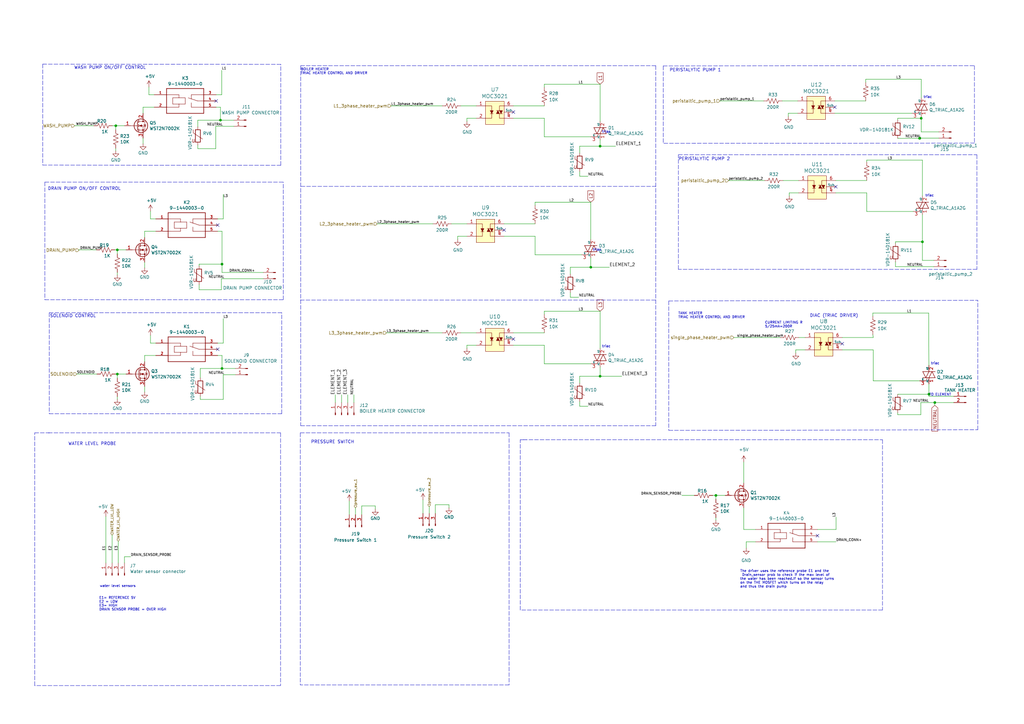
<source format=kicad_sch>
(kicad_sch (version 20211123) (generator eeschema)
  (paper "A3")
  (title_block (title "DISHWASHER") (date "2022-02-01") (rev "1") (company "STEEL FORM") (comment 2 "Reviewed by:") (comment 3 "Designed by: Robert Mutura Macharia") (comment 4 "STEEL FORM - DISHWASHER"))
  (lib_symbols
    (symbol "9-1440003-0:9-1440003-0" (pin_names (offset 1.016) hide)
      (property "Reference" "K" (at -7.62 5.588 0))
      (property "Value" "9-1440003-0" (at -7.874 -7.874 0))
      (symbol "9-1440003-0_0_0"
        (pin passive line (at -12.7 2.54 0) (length 5.08) (name "~") (number "1"))
        (pin passive line (at -12.7 -2.54 0) (length 5.08) (name "~") (number "2"))
        (pin passive line (at 12.7 2.54 180) (length 5.08) (name "~") (number "3"))
        (pin passive line (at 12.7 0 180) (length 5.08) (name "~") (number "4"))
        (pin passive line (at 12.7 -2.54 180) (length 5.08) (name "~") (number "5"))
      )
    )
    (symbol "Connector:Conn_01x02_Male" (pin_names (offset 1.016) hide)
      (property "Reference" "J" (at 0 2.54 0))
      (property "Value" "Conn_01x02_Male" (at 0 -5.08 0))
      (symbol "Conn_01x02_Male_1_1"
        (pin passive line (at 5.08 0 180) (length 3.81) (name "Pin_1") (number "1"))
        (pin passive line (at 5.08 -2.54 180) (length 3.81) (name "Pin_2") (number "2"))
      )
    )
    (symbol "Connector:Conn_01x03_Male" (pin_names (offset 1.016) hide)
      (property "Reference" "J" (at 0 5.08 0))
      (property "Value" "Conn_01x03_Male" (at 0 -5.08 0))
      (symbol "Conn_01x03_Male_1_1"
        (pin passive line (at 5.08 2.54 180) (length 3.81) (name "Pin_1") (number "1"))
        (pin passive line (at 5.08 0 180) (length 3.81) (name "Pin_2") (number "2"))
        (pin passive line (at 5.08 -2.54 180) (length 3.81) (name "Pin_3") (number "3"))
      )
    )
    (symbol "Connector:Conn_01x04_Male" (pin_names (offset 1.016) hide)
      (property "Reference" "J" (at 0 5.08 0))
      (property "Value" "Conn_01x04_Male" (at 0 -7.62 0))
      (symbol "Conn_01x04_Male_1_1"
        (pin passive line (at 5.08 2.54 180) (length 3.81) (name "Pin_1") (number "1"))
        (pin passive line (at 5.08 0 180) (length 3.81) (name "Pin_2") (number "2"))
        (pin passive line (at 5.08 -2.54 180) (length 3.81) (name "Pin_3") (number "3"))
        (pin passive line (at 5.08 -5.08 180) (length 3.81) (name "Pin_4") (number "4"))
      )
    )
    (symbol "Device:Q_NMOS_GDS" (pin_names (offset 0) hide)
      (property "Reference" "Q" (at 5.08 1.27 0))
      (property "Value" "Q_NMOS_GDS" (at 5.08 -1.27 0))
      (symbol "Q_NMOS_GDS_1_1"
        (pin input line (at -5.08 0 0) (length 2.54) (name "G") (number "1"))
        (pin passive line (at 2.54 5.08 270) (length 2.54) (name "D") (number "2"))
        (pin passive line (at 2.54 -5.08 90) (length 2.54) (name "S") (number "3"))
      )
    )
    (symbol "Device:Q_TRIAC_A1A2G" (pin_names (offset 0))
      (property "Reference" "D" (at 3.175 0.635 0))
      (property "Value" "Q_TRIAC_A1A2G" (at 3.175 -1.27 0))
      (symbol "Q_TRIAC_A1A2G_1_1"
        (pin passive line (at 0 -3.81 90) (length 2.54) (name "A1") (number "1"))
        (pin passive line (at 0 3.81 270) (length 2.54) (name "A2") (number "2"))
        (pin input line (at -3.81 -2.54 0) (length 2.54) (name "G") (number "3"))
      )
    )
    (symbol "Device:R_US" (pin_numbers hide) (pin_names (offset 0))
      (property "Reference" "R" (at 2.54 0 90))
      (property "Value" "R_US" (at -2.54 0 90))
      (symbol "R_US_1_1"
        (pin passive line (at 0 3.81 270) (length 1.27) (name "~") (number "1"))
        (pin passive line (at 0 -3.81 90) (length 1.27) (name "~") (number "2"))
      )
    )
    (symbol "Device:Varistor" (pin_numbers hide) (pin_names (offset 0))
      (property "Reference" "RV" (at 3.175 0 90))
      (property "Value" "Varistor" (at -3.175 0 90))
      (symbol "Varistor_0_0"
        (text "U" (at -1.778 -2.032 0) (effects (font (size 1.27 1.27))))
      )
      (symbol "Varistor_1_1"
        (pin passive line (at 0 3.81 270) (length 1.27) (name "~") (number "1"))
        (pin passive line (at 0 -3.81 90) (length 1.27) (name "~") (number "2"))
      )
    )
    (symbol "MOC3021_1" (pin_names (offset 0))
      (property "Reference" "U" (at 0 6.35 0))
      (property "Value" "MOC3021_1" (at 0 -7.62 0))
      (symbol "MOC3021_1_1_1"
        (pin passive line (at -7.62 2.54 0) (length 3.81) (name "~") (number "1"))
        (pin passive line (at -7.62 -2.54 0) (length 3.81) (name "~") (number "2"))
        (pin no_connect line (at 0 -5.08 90) (length 3.81) hide (name "NC") (number "3"))
        (pin passive line (at 7.62 -2.54 180) (length 3.81) (name "~") (number "4"))
        (pin passive line (at 7.62 0 180) (length 3.81) (name "Sub") (number "5"))
        (pin passive line (at 7.62 2.54 180) (length 3.81) (name "~") (number "6"))
      )
    )
    (symbol "MOC3021_2" (pin_names (offset 0))
      (property "Reference" "U" (at 0 6.35 0))
      (property "Value" "MOC3021_2" (at 0 -7.62 0))
      (symbol "MOC3021_2_1_1"
        (pin passive line (at -7.62 2.54 0) (length 3.81) (name "~") (number "1"))
        (pin passive line (at -7.62 -2.54 0) (length 3.81) (name "~") (number "2"))
        (pin no_connect line (at 0 -5.08 90) (length 3.81) hide (name "NC") (number "3"))
        (pin passive line (at 7.62 -2.54 180) (length 3.81) (name "~") (number "4"))
        (pin passive line (at 7.62 0 180) (length 3.81) (name "Sub") (number "5"))
        (pin passive line (at 7.62 2.54 180) (length 3.81) (name "~") (number "6"))
      )
    )
    (symbol "MOC3021_3" (pin_names (offset 0))
      (property "Reference" "U" (at 0 6.35 0))
      (property "Value" "MOC3021_3" (at 0 -7.62 0))
      (symbol "MOC3021_3_1_1"
        (pin passive line (at -7.62 2.54 0) (length 3.81) (name "~") (number "1"))
        (pin passive line (at -7.62 -2.54 0) (length 3.81) (name "~") (number "2"))
        (pin no_connect line (at 0 -5.08 90) (length 3.81) hide (name "NC") (number "3"))
        (pin passive line (at 7.62 -2.54 180) (length 3.81) (name "~") (number "4"))
        (pin passive line (at 7.62 0 180) (length 3.81) (name "Sub") (number "5"))
        (pin passive line (at 7.62 2.54 180) (length 3.81) (name "~") (number "6"))
      )
    )
    (symbol "MOC3021_4" (pin_names (offset 0))
      (property "Reference" "U" (at 0 6.35 0))
      (property "Value" "MOC3021_4" (at 0 -7.62 0))
      (symbol "MOC3021_4_1_1"
        (pin passive line (at -7.62 2.54 0) (length 3.81) (name "~") (number "1"))
        (pin passive line (at -7.62 -2.54 0) (length 3.81) (name "~") (number "2"))
        (pin no_connect line (at 0 -5.08 90) (length 3.81) hide (name "NC") (number "3"))
        (pin passive line (at 7.62 -2.54 180) (length 3.81) (name "~") (number "4"))
        (pin passive line (at 7.62 0 180) (length 3.81) (name "Sub") (number "5"))
        (pin passive line (at 7.62 2.54 180) (length 3.81) (name "~") (number "6"))
      )
    )
    (symbol "MOC3021_5" (pin_names (offset 0))
      (property "Reference" "U" (at 0 6.35 0))
      (property "Value" "MOC3021_5" (at 0 -7.62 0))
      (symbol "MOC3021_5_1_1"
        (pin passive line (at -7.62 2.54 0) (length 3.81) (name "~") (number "1"))
        (pin passive line (at -7.62 -2.54 0) (length 3.81) (name "~") (number "2"))
        (pin no_connect line (at 0 -5.08 90) (length 3.81) hide (name "NC") (number "3"))
        (pin passive line (at 7.62 -2.54 180) (length 3.81) (name "~") (number "4"))
        (pin passive line (at 7.62 0 180) (length 3.81) (name "Sub") (number "5"))
        (pin passive line (at 7.62 2.54 180) (length 3.81) (name "~") (number "6"))
      )
    )
    (symbol "dk_Optoisolators-Triac-SCR-Output:MOC3021" (pin_names (offset 0))
      (property "Reference" "U" (at 0 6.35 0))
      (property "Value" "MOC3021" (at 0 -7.62 0))
      (symbol "MOC3021_1_1"
        (pin passive line (at -7.62 2.54 0) (length 3.81) (name "~") (number "1"))
        (pin passive line (at -7.62 -2.54 0) (length 3.81) (name "~") (number "2"))
        (pin no_connect line (at 0 -5.08 90) (length 3.81) hide (name "NC") (number "3"))
        (pin passive line (at 7.62 -2.54 180) (length 3.81) (name "~") (number "4"))
        (pin passive line (at 7.62 0 180) (length 3.81) (name "Sub") (number "5"))
        (pin passive line (at 7.62 2.54 180) (length 3.81) (name "~") (number "6"))
      )
    )
    (symbol "power:+5V" (power) (pin_names (offset 0))
      (property "Value" "+5V" (at 0 3.556 0))
      (symbol "+5V_1_1"
        (pin power_in line (at 0 0 90) (length 0) hide (name "+5V") (number "1"))
      )
    )
    (symbol "power:GND" (power) (pin_names (offset 0))
      (property "Value" "GND" (at 0 -3.81 0))
      (symbol "GND_1_1"
        (pin power_in line (at 0 0 270) (length 0) hide (name "GND") (number "1"))
      )
    )
  )
  (junction (at 91.059 151.13))
  (junction (at 90.424 49.276))
  (junction (at 246.126 154.305))
  (junction (at 377.19 56.642))
  (junction (at 48.133 102.489))
  (junction (at 378.333 99.187))
  (junction (at 381 161.671))
  (junction (at 293.624 203.2))
  (junction (at 91.059 108.331))
  (junction (at 47.498 51.562))
  (junction (at 383.413 165.1))
  (junction (at 246.126 59.944))
  (junction (at 377.19 56.769))
  (junction (at 48.133 153.416))
  (junction (at 242.316 109.601))
  (junction (at 377.825 48.514))
  (no_connect (at 335.28 219.71))
  (no_connect (at 88.646 41.402))
  (no_connect (at 89.281 143.256))
  (no_connect (at 345.44 140.97))
  (no_connect (at 342.773 76.581))
  (no_connect (at 89.281 92.329))
  (no_connect (at 342.392 43.942))
  (no_connect (at 210.566 45.974))
  (no_connect (at 206.756 94.361))
  (no_connect (at 210.566 139.065))
  (wire (pts (xy 195.326 43.434) (xy 188.976 43.434)))
  (wire (pts (xy 368.173 48.514) (xy 377.825 48.514)))
  (wire (pts (xy 326.39 143.51) (xy 326.39 144.78)))
  (wire (pts (xy 178.562 207.01) (xy 184.15 207.01)))
  (wire (pts (xy 367.284 109.347) (xy 383.032 109.347)))
  (wire (pts (xy 61.722 140.716) (xy 63.881 140.716)))
  (wire (pts (xy 391.16 162.56) (xy 381 162.56)))
  (wire (pts (xy 153.924 207.518) (xy 153.924 208.788)))
  (wire (pts (xy 237.744 166.624) (xy 241.173 166.624)))
  (wire (pts (xy 88.646 38.862) (xy 90.932 38.862)))
  (polyline (pts (xy 17.526 67.691) (xy 115.189 67.818)))
  (wire (pts (xy 368.173 56.769) (xy 377.19 56.769)))
  (wire (pts (xy 58.674 58.928) (xy 58.674 56.642)))
  (wire (pts (xy 90.424 43.942) (xy 90.424 49.276)))
  (wire (pts (xy 31.496 153.416) (xy 39.751 153.416)))
  (wire (pts (xy 176.022 207.772) (xy 176.022 210.566)))
  (wire (pts (xy 367.284 99.822) (xy 367.284 99.187)))
  (wire (pts (xy 81.153 59.563) (xy 81.153 60.96)))
  (wire (pts (xy 335.28 222.25) (xy 342.9 222.25)))
  (polyline (pts (xy 401.066 176.276) (xy 401.066 123.19)))
  (wire (pts (xy 355.473 65.659) (xy 355.473 66.421)))
  (wire (pts (xy 137.541 165.1) (xy 137.541 161.925)))
  (wire (pts (xy 323.723 79.121) (xy 323.723 80.391)))
  (wire (pts (xy 355.092 32.512) (xy 377.825 32.512)))
  (wire (pts (xy 377.825 32.512) (xy 377.825 40.132)))
  (polyline (pts (xy 18.415 122.936) (xy 116.205 122.936)))
  (wire (pts (xy 305.054 189.484) (xy 305.054 198.12)))
  (wire (pts (xy 206.756 96.901) (xy 219.456 96.901)))
  (wire (pts (xy 61.087 35.687) (xy 61.087 38.862)))
  (polyline (pts (xy 123.19 177.546) (xy 123.19 280.924)))
  (wire (pts (xy 91.059 111.76) (xy 107.95 111.76)))
  (wire (pts (xy 82.169 162.56) (xy 82.169 163.83)))
  (wire (pts (xy 246.126 59.944) (xy 252.476 59.944)))
  (wire (pts (xy 246.126 127.635) (xy 246.126 142.875)))
  (wire (pts (xy 195.326 48.514) (xy 191.516 48.514)))
  (wire (pts (xy 295.275 41.402) (xy 313.182 41.402)))
  (polyline (pts (xy 123.444 76.454) (xy 268.986 76.454)))
  (polyline (pts (xy 18.415 74.676) (xy 18.415 122.936)))
  (wire (pts (xy 47.498 61.849) (xy 47.498 60.833)))
  (wire (pts (xy 48.133 153.416) (xy 51.689 153.416)))
  (wire (pts (xy 237.744 157.099) (xy 237.744 154.305)))
  (wire (pts (xy 223.266 34.544) (xy 246.126 34.544)))
  (wire (pts (xy 233.934 112.395) (xy 233.934 109.601)))
  (wire (pts (xy 210.566 48.514) (xy 223.266 48.514)))
  (wire (pts (xy 145.161 165.1) (xy 145.161 161.925)))
  (polyline (pts (xy 278.257 110.49) (xy 278.257 63.5)))
  (wire (pts (xy 355.092 41.402) (xy 342.392 41.402)))
  (polyline (pts (xy 123.317 174.625) (xy 268.986 174.625)))
  (polyline (pts (xy 361.95 180.34) (xy 361.95 250.19)))
  (wire (pts (xy 90.805 118.872) (xy 90.805 114.3)))
  (wire (pts (xy 323.342 46.482) (xy 323.342 47.752)))
  (wire (pts (xy 173.482 210.566) (xy 173.482 204.978)))
  (polyline (pts (xy 272.034 27.051) (xy 399.669 26.924)))
  (wire (pts (xy 279.654 203.2) (xy 284.734 203.2)))
  (wire (pts (xy 48.514 230.886) (xy 48.514 221.996)))
  (wire (pts (xy 219.456 96.901) (xy 219.456 104.521)))
  (polyline (pts (xy 274.32 176.53) (xy 401.066 176.276)))
  (polyline (pts (xy 400.685 63.5) (xy 400.685 110.49)))
  (wire (pts (xy 255.016 154.305) (xy 246.126 154.305)))
  (wire (pts (xy 246.126 34.544) (xy 246.126 49.784)))
  (wire (pts (xy 91.059 94.869) (xy 91.059 108.331)))
  (wire (pts (xy 358.013 128.397) (xy 358.013 129.667)))
  (wire (pts (xy 300.99 138.43) (xy 320.04 138.43)))
  (wire (pts (xy 45.974 219.456) (xy 45.974 230.886)))
  (wire (pts (xy 223.266 141.605) (xy 223.266 149.225)))
  (wire (pts (xy 43.434 230.886) (xy 43.434 211.836)))
  (wire (pts (xy 298.831 74.041) (xy 313.563 74.041)))
  (wire (pts (xy 381 161.671) (xy 381 162.56)))
  (wire (pts (xy 81.153 51.943) (xy 81.153 49.276)))
  (wire (pts (xy 223.266 127.635) (xy 223.266 128.905)))
  (wire (pts (xy 242.316 105.791) (xy 242.316 109.601)))
  (wire (pts (xy 246.126 57.404) (xy 246.126 59.944)))
  (wire (pts (xy 378.333 99.187) (xy 378.333 106.807)))
  (wire (pts (xy 63.881 145.796) (xy 59.309 145.796)))
  (wire (pts (xy 358.013 128.397) (xy 380.873 128.397)))
  (wire (pts (xy 82.169 151.13) (xy 82.169 154.94)))
  (polyline (pts (xy 399.669 26.924) (xy 399.669 58.674)))
  (wire (pts (xy 219.456 82.931) (xy 242.316 82.931)))
  (polyline (pts (xy 115.189 67.818) (xy 115.189 26.416)))
  (wire (pts (xy 91.567 140.716) (xy 91.567 130.683)))
  (wire (pts (xy 195.326 141.605) (xy 191.516 141.605)))
  (wire (pts (xy 358.14 143.51) (xy 358.14 156.21)))
  (wire (pts (xy 233.934 109.601) (xy 242.316 109.601)))
  (wire (pts (xy 82.169 151.13) (xy 91.059 151.13)))
  (polyline (pts (xy 20.193 169.672) (xy 115.57 169.672)))
  (wire (pts (xy 368.173 161.671) (xy 381 161.671)))
  (wire (pts (xy 158.496 136.525) (xy 181.356 136.525)))
  (wire (pts (xy 195.326 136.525) (xy 188.976 136.525)))
  (wire (pts (xy 233.934 120.015) (xy 233.934 121.92)))
  (wire (pts (xy 330.2 138.43) (xy 327.66 138.43)))
  (wire (pts (xy 81.661 116.713) (xy 81.661 118.872)))
  (polyline (pts (xy 208.788 280.924) (xy 123.19 280.924)))
  (wire (pts (xy 148.336 211.074) (xy 148.336 207.518)))
  (polyline (pts (xy 400.685 110.49) (xy 278.257 110.49)))
  (wire (pts (xy 148.336 207.518) (xy 153.924 207.518)))
  (wire (pts (xy 377.825 54.102) (xy 385.064 54.102)))
  (wire (pts (xy 306.07 222.25) (xy 306.07 224.79)))
  (wire (pts (xy 81.153 49.276) (xy 90.424 49.276)))
  (polyline (pts (xy 213.36 250.19) (xy 213.36 180.34)))
  (wire (pts (xy 223.266 34.544) (xy 223.266 35.814)))
  (wire (pts (xy 89.281 140.716) (xy 91.567 140.716)))
  (wire (pts (xy 88.519 51.816) (xy 95.885 51.816)))
  (wire (pts (xy 61.722 89.789) (xy 63.881 89.789)))
  (wire (pts (xy 53.594 228.346) (xy 51.054 228.346)))
  (wire (pts (xy 367.284 107.442) (xy 367.284 109.347)))
  (wire (pts (xy 89.281 89.789) (xy 91.567 89.789)))
  (wire (pts (xy 380.873 128.397) (xy 381 149.86)))
  (polyline (pts (xy 272.034 27.051) (xy 272.034 58.801)))
  (wire (pts (xy 345.44 143.51) (xy 358.14 143.51)))
  (wire (pts (xy 48.133 155.067) (xy 48.133 153.416)))
  (polyline (pts (xy 268.986 26.924) (xy 123.317 26.924)))
  (wire (pts (xy 237.744 62.738) (xy 237.744 59.944)))
  (wire (pts (xy 91.059 145.796) (xy 91.059 151.13)))
  (wire (pts (xy 82.169 163.83) (xy 91.567 163.83)))
  (polyline (pts (xy 268.986 26.924) (xy 268.986 174.625)))
  (polyline (pts (xy 115.57 169.672) (xy 115.57 128.27)))
  (wire (pts (xy 145.796 208.28) (xy 145.796 211.074)))
  (polyline (pts (xy 399.669 58.674) (xy 272.034 58.801)))
  (wire (pts (xy 377.19 56.769) (xy 377.19 56.642)))
  (polyline (pts (xy 208.788 177.546) (xy 208.788 280.924)))
  (wire (pts (xy 219.456 82.931) (xy 219.456 84.201)))
  (polyline (pts (xy 17.526 26.289) (xy 115.189 26.416)))
  (wire (pts (xy 47.371 153.416) (xy 48.133 153.416)))
  (wire (pts (xy 377.19 56.642) (xy 385.064 56.642)))
  (wire (pts (xy 91.567 89.789) (xy 91.567 79.756)))
  (wire (pts (xy 154.686 91.821) (xy 177.546 91.821)))
  (wire (pts (xy 305.054 208.28) (xy 305.054 217.17)))
  (wire (pts (xy 90.932 38.862) (xy 90.932 28.829)))
  (wire (pts (xy 242.316 109.601) (xy 249.936 109.601)))
  (polyline (pts (xy 278.257 63.5) (xy 400.685 63.5)))
  (wire (pts (xy 223.266 136.525) (xy 210.566 136.525)))
  (wire (pts (xy 342.773 79.121) (xy 355.473 79.121)))
  (wire (pts (xy 355.473 65.659) (xy 378.333 65.659)))
  (wire (pts (xy 377.825 48.514) (xy 377.825 54.102)))
  (wire (pts (xy 335.28 217.17) (xy 342.9 217.17)))
  (wire (pts (xy 91.059 108.331) (xy 91.059 111.76)))
  (wire (pts (xy 32.385 102.489) (xy 39.497 102.489)))
  (wire (pts (xy 237.744 70.358) (xy 237.744 72.263)))
  (wire (pts (xy 184.15 207.01) (xy 184.15 208.28)))
  (wire (pts (xy 90.424 49.276) (xy 95.885 49.276)))
  (wire (pts (xy 293.624 203.2) (xy 293.624 204.724)))
  (wire (pts (xy 367.284 99.187) (xy 378.333 99.187)))
  (wire (pts (xy 327.152 46.482) (xy 323.342 46.482)))
  (wire (pts (xy 219.456 104.521) (xy 238.506 104.521)))
  (wire (pts (xy 191.516 96.901) (xy 187.706 96.901)))
  (wire (pts (xy 327.533 74.041) (xy 321.183 74.041)))
  (wire (pts (xy 59.309 109.855) (xy 59.309 107.569)))
  (wire (pts (xy 381 157.48) (xy 381 161.671)))
  (wire (pts (xy 210.566 141.605) (xy 223.266 141.605)))
  (wire (pts (xy 355.092 32.512) (xy 355.092 33.782)))
  (wire (pts (xy 378.333 65.659) (xy 378.333 80.391)))
  (wire (pts (xy 59.309 160.782) (xy 59.309 158.496)))
  (wire (pts (xy 237.744 164.719) (xy 237.744 166.624)))
  (wire (pts (xy 368.173 49.149) (xy 368.173 48.514)))
  (wire (pts (xy 342.392 46.482) (xy 374.015 46.482)))
  (wire (pts (xy 63.881 94.869) (xy 59.309 94.869)))
  (wire (pts (xy 32.385 102.616) (xy 32.385 102.489)))
  (wire (pts (xy 140.081 165.1) (xy 140.081 161.925)))
  (wire (pts (xy 383.413 166.243) (xy 383.413 165.1)))
  (wire (pts (xy 191.516 91.821) (xy 185.166 91.821)))
  (wire (pts (xy 47.117 102.489) (xy 48.133 102.489)))
  (wire (pts (xy 293.624 213.36) (xy 293.624 212.344)))
  (polyline (pts (xy 20.193 128.27) (xy 115.57 128.27)))
  (polyline (pts (xy 123.317 26.924) (xy 123.317 174.625)))
  (wire (pts (xy 378.333 88.011) (xy 378.333 99.187)))
  (wire (pts (xy 81.661 109.093) (xy 81.661 108.331)))
  (wire (pts (xy 355.473 74.041) (xy 342.773 74.041)))
  (wire (pts (xy 327.152 41.402) (xy 320.802 41.402)))
  (wire (pts (xy 377.698 165.1) (xy 383.413 165.1)))
  (wire (pts (xy 368.173 169.291) (xy 368.173 170.053)))
  (wire (pts (xy 59.309 94.869) (xy 59.309 97.409)))
  (wire (pts (xy 61.722 86.614) (xy 61.722 89.789)))
  (polyline (pts (xy 14.224 281.178) (xy 14.224 177.546)))
  (polyline (pts (xy 123.19 123.063) (xy 268.986 123.063)))
  (wire (pts (xy 160.401 43.434) (xy 181.356 43.434)))
  (polyline (pts (xy 17.526 26.289) (xy 17.526 67.691)))
  (wire (pts (xy 88.646 43.942) (xy 90.424 43.942)))
  (wire (pts (xy 223.266 48.514) (xy 223.266 56.134)))
  (wire (pts (xy 383.032 106.807) (xy 378.333 106.807)))
  (wire (pts (xy 391.16 165.1) (xy 383.413 165.1)))
  (wire (pts (xy 90.805 114.3) (xy 107.95 114.3)))
  (wire (pts (xy 355.473 79.121) (xy 355.473 86.741)))
  (wire (pts (xy 88.519 60.96) (xy 88.519 51.816)))
  (polyline (pts (xy 361.95 250.19) (xy 213.36 250.19)))
  (wire (pts (xy 358.14 138.43) (xy 345.44 138.43)))
  (wire (pts (xy 61.722 137.541) (xy 61.722 140.716)))
  (wire (pts (xy 142.621 165.1) (xy 142.621 161.925)))
  (wire (pts (xy 48.133 104.14) (xy 48.133 102.489)))
  (polyline (pts (xy 213.36 180.34) (xy 215.9 180.34)))
  (wire (pts (xy 89.281 94.869) (xy 91.059 94.869)))
  (wire (pts (xy 242.316 82.931) (xy 242.316 98.171)))
  (wire (pts (xy 48.133 102.489) (xy 51.689 102.489)))
  (wire (pts (xy 330.2 143.51) (xy 326.39 143.51)))
  (wire (pts (xy 358.013 137.287) (xy 358.14 138.43)))
  (polyline (pts (xy 115.062 177.546) (xy 115.062 281.178)))
  (wire (pts (xy 61.087 38.862) (xy 63.246 38.862)))
  (wire (pts (xy 327.533 79.121) (xy 323.723 79.121)))
  (wire (pts (xy 191.516 141.605) (xy 191.516 142.875)))
  (wire (pts (xy 91.567 153.67) (xy 96.52 153.67)))
  (wire (pts (xy 81.661 108.331) (xy 91.059 108.331)))
  (wire (pts (xy 63.246 43.942) (xy 58.674 43.942)))
  (wire (pts (xy 358.14 156.21) (xy 377.19 156.21)))
  (wire (pts (xy 233.934 121.92) (xy 237.363 121.92)))
  (wire (pts (xy 309.88 222.25) (xy 306.07 222.25)))
  (wire (pts (xy 51.054 228.346) (xy 51.054 230.886)))
  (wire (pts (xy 59.309 145.796) (xy 59.309 148.336)))
  (polyline (pts (xy 274.32 123.444) (xy 274.32 176.53)))
  (polyline (pts (xy 20.193 128.27) (xy 20.193 169.672)))
  (wire (pts (xy 292.354 203.2) (xy 293.624 203.2)))
  (wire (pts (xy 91.567 163.83) (xy 91.567 153.67)))
  (wire (pts (xy 355.473 86.741) (xy 374.523 86.741)))
  (wire (pts (xy 223.266 149.225) (xy 242.316 149.225)))
  (wire (pts (xy 223.266 127.635) (xy 246.126 127.635)))
  (polyline (pts (xy 214.63 180.34) (xy 361.95 180.34)))
  (wire (pts (xy 219.456 91.821) (xy 206.756 91.821)))
  (wire (pts (xy 237.744 72.263) (xy 241.173 72.263)))
  (wire (pts (xy 48.133 163.703) (xy 48.133 162.687)))
  (polyline (pts (xy 14.224 177.546) (xy 20.32 177.546)))
  (polyline (pts (xy 123.19 177.546) (xy 208.788 177.546)))
  (wire (pts (xy 191.516 48.514) (xy 191.516 49.784)))
  (wire (pts (xy 81.661 118.872) (xy 90.805 118.872)))
  (wire (pts (xy 237.744 154.305) (xy 246.126 154.305)))
  (wire (pts (xy 46.101 51.562) (xy 47.498 51.562)))
  (wire (pts (xy 293.624 203.2) (xy 297.434 203.2)))
  (wire (pts (xy 309.88 217.17) (xy 305.054 217.17)))
  (polyline (pts (xy 19.812 177.546) (xy 115.062 177.546)))
  (wire (pts (xy 187.706 96.901) (xy 187.706 98.171)))
  (wire (pts (xy 178.562 210.566) (xy 178.562 207.01)))
  (wire (pts (xy 223.266 43.434) (xy 210.566 43.434)))
  (wire (pts (xy 47.498 51.562) (xy 51.054 51.562)))
  (wire (pts (xy 30.607 51.562) (xy 38.481 51.562)))
  (wire (pts (xy 246.126 150.495) (xy 246.126 154.305)))
  (wire (pts (xy 47.498 53.213) (xy 47.498 51.562)))
  (wire (pts (xy 89.281 145.796) (xy 91.059 145.796)))
  (wire (pts (xy 81.153 60.96) (xy 88.519 60.96)))
  (wire (pts (xy 58.674 43.942) (xy 58.674 46.482)))
  (polyline (pts (xy 115.062 281.178) (xy 14.224 281.178)))
  (wire (pts (xy 368.173 170.053) (xy 377.698 170.053)))
  (polyline (pts (xy 274.32 123.444) (xy 401.066 123.19)))
  (wire (pts (xy 143.256 211.074) (xy 143.256 205.486)))
  (wire (pts (xy 342.9 212.09) (xy 342.9 217.17)))
  (wire (pts (xy 223.266 56.134) (xy 242.316 56.134)))
  (wire (pts (xy 377.825 47.752) (xy 377.825 48.514)))
  (polyline (pts (xy 116.205 122.936) (xy 116.205 74.676)))
  (wire (pts (xy 377.698 170.053) (xy 377.698 165.1)))
  (wire (pts (xy 237.744 59.944) (xy 246.126 59.944)))
  (polyline (pts (xy 18.415 74.676) (xy 116.205 74.676)))
  (wire (pts (xy 91.059 151.13) (xy 96.52 151.13)))
  (wire (pts (xy 48.133 112.776) (xy 48.133 111.76)))
  (text "triac" (at 379.476 80.899 0) (effects (font (size 0.9906 0.9906)) (justify left bottom)))
  (text "TO ELEMENT" (at 381 162.56 0) (effects (font (size 0.9906 0.9906)) (justify left bottom)))
  (text "triac" (at 243.078 103.124 0) (effects (font (size 0.9906 0.9906)) (justify left bottom)))
  (text "WATER LEVEL PROBE" (at 27.94 182.88 0) (effects (font (size 1.27 1.27)) (justify left bottom)))
  (text "triac" (at 246.888 54.737 0) (effects (font (size 0.9906 0.9906)) (justify left bottom)))
  (text "CURRENT LIMITING R\n5/25mA=200R" (at 313.69 134.62 0) (effects (font (size 0.9906 0.9906)) (justify left bottom)))
  (text "TANK HEATER\nTRIAC HEATER CONTROL AND DRIVER" (at 278.13 130.81 0) (effects (font (size 0.9906 0.9906)) (justify left bottom)))
  (text "DIAC (TRIAC DRIVER)" (at 332.105 130.302 0) (effects (font (size 1.27 1.27)) (justify left bottom)))
  (text "WASH PUMP ON/OFF CONTROL" (at 30.353 28.575 0) (effects (font (size 1.27 1.27)) (justify left bottom)))
  (text "SOLENOID CONTROL " (at 20.447 130.429 0) (effects (font (size 1.27 1.27)) (justify left bottom)))
  (text "PERISTALYTIC PUMP 1" (at 274.574 29.591 0) (effects (font (size 1.27 1.27)) (justify left bottom)))
  (text "BOILER HEATER\nTRIAC HEATER CONTROL AND DRIVER" (at 123.317 30.734 0) (effects (font (size 0.9906 0.9906)) (justify left bottom)))
  (text "E1= REFERENCE 5V\nE2 = LOW\nE3= HIGH\nDRAIN SENSOR PROBE = OVER HIGH" (at 40.64 250.698 0) (effects (font (size 0.9906 0.9906)) (justify left bottom)))
  (text "PRESSURE SWITCH" (at 127.508 182.118 0) (effects (font (size 1.27 1.27)) (justify left bottom)))
  (text "The driver uses the reference probe E1 and the\n Drain_sensor prob to check if the max level of\nthe water has been reached.If so the sensor turns\non the THE MOSFET which turns on the relay\nand thus the drain pump" (at 303.53 241.3 0) (effects (font (size 0.9906 0.9906)) (justify left bottom)))
  (text "PERISTALYTIC PUMP 2\n" (at 278.257 66.04 0) (effects (font (size 1.27 1.27)) (justify left bottom)))
  (text "triac" (at 246.888 142.748 0) (effects (font (size 0.9906 0.9906)) (justify left bottom)))
  (text "triac" (at 381.762 149.733 0) (effects (font (size 0.9906 0.9906)) (justify left bottom)))
  (text "DRAIN PUMP ON/OFF CONTROL" (at 19.558 78.232 0) (effects (font (size 1.27 1.27)) (justify left bottom)))
  (text "triac" (at 378.714 40.513 0) (effects (font (size 0.9906 0.9906)) (justify left bottom)))
  (text "water level sensors" (at 40.894 241.046 0) (effects (font (size 0.9906 0.9906)) (justify left bottom)))
  (label "DRAIN_PUMP" (at 32.766 102.489 0) (effects (font (size 0.9906 0.9906))))
  (label "E3" (at 48.514 225.806 90) (effects (font (size 0.9906 0.9906))))
  (label "L3" (at 363.982 65.659 0) (effects (font (size 0.9906 0.9906))))
  (label "ELEMENT_3" (at 255.016 154.305 0))
  (label "L1" (at 237.236 34.544 0) (effects (font (size 0.9906 0.9906))))
  (label "L1" (at 371.983 128.397 0) (effects (font (size 0.9906 0.9906))))
  (label "peristaltic_pump_1" (at 295.275 41.402 0) (effects (font (size 0.9906 0.9906))))
  (label "ELEMENT_1" (at 252.476 59.944 0))
  (label "ELEMENT_2" (at 140.081 161.925 90))
  (label "NEUTRAL" (at 381 165.1 180) (effects (font (size 0.9906 0.9906))))
  (label "ELEMENT_2" (at 249.936 109.601 0))
  (label "L2_3phase_heater_pwm" (at 154.686 91.821 0) (effects (font (size 0.9906 0.9906))))
  (label "ELEMENT_1" (at 137.541 161.925 90))
  (label "L2" (at 233.426 82.931 0) (effects (font (size 0.9906 0.9906))))
  (label "NEUTRAL" (at 237.363 121.92 0) (effects (font (size 0.9906 0.9906))))
  (label "DRAIN_SENSOR_PROBE" (at 53.594 228.346 0) (effects (font (size 0.9906 0.9906))))
  (label "WASH_PUMP" (at 31.115 51.562 0) (effects (font (size 0.9906 0.9906))))
  (label "L3_3phase_heater_pwm" (at 158.496 136.525 0) (effects (font (size 0.9906 0.9906))))
  (label "NEUTRAL" (at 378.587 109.347 180) (effects (font (size 0.9906 0.9906))))
  (label "L3" (at 237.236 127.635 0) (effects (font (size 0.9906 0.9906))))
  (label "L3" (at 342.9 212.09 90) (effects (font (size 0.9906 0.9906))))
  (label "NEUTRAL" (at 92.075 153.67 180) (effects (font (size 0.9906 0.9906))))
  (label "NEUTRAL" (at 241.173 166.624 0) (effects (font (size 0.9906 0.9906))))
  (label "DRAIN_CONN+" (at 93.98 111.76 0) (effects (font (size 0.9906 0.9906))))
  (label "E2" (at 45.974 225.806 90) (effects (font (size 0.9906 0.9906))))
  (label "DRAIN_CONN+" (at 342.9 222.25 0) (effects (font (size 0.9906 0.9906))))
  (label "NEUTRAL" (at 145.161 161.925 90) (effects (font (size 0.9906 0.9906))))
  (label "DRAIN_SENSOR_PROBE" (at 279.654 203.2 180) (effects (font (size 0.9906 0.9906))))
  (label "ELEMENT_3" (at 142.621 161.925 90))
  (label "SOLENOID" (at 31.496 153.416 0) (effects (font (size 0.9906 0.9906))))
  (label "L1" (at 90.932 28.829 0) (effects (font (size 0.9906 0.9906))))
  (label "L3" (at 91.567 130.683 0) (effects (font (size 0.9906 0.9906))))
  (label "L3" (at 91.567 81.153 0) (effects (font (size 0.9906 0.9906))))
  (label "L1_3phase_heater_pwm" (at 160.401 43.434 0) (effects (font (size 0.9906 0.9906))))
  (label "E1" (at 43.434 225.806 90) (effects (font (size 0.9906 0.9906))))
  (label "L3" (at 367.538 32.512 0) (effects (font (size 0.9906 0.9906))))
  (label "NEUTRAL" (at 377.825 56.642 180) (effects (font (size 0.9906 0.9906))))
  (label "NEUTRAL" (at 92.075 114.3 180) (effects (font (size 0.9906 0.9906))))
  (label "NEUTRAL" (at 91.44 51.816 180) (effects (font (size 0.9906 0.9906))))
  (label "single_phase_heater_pwm" (at 302.26 138.43 0) (effects (font (size 0.9906 0.9906))))
  (label "NEUTRAL" (at 241.173 72.263 0) (effects (font (size 0.9906 0.9906))))
  (label "peristaltic_pump_2" (at 298.831 74.041 0) (effects (font (size 0.9906 0.9906))))
  (global_label "L3" (shape input) (at 246.126 127.635 90) (property "Intersheet References" "${INTERSHEET_REFS}" (effects hide)))
  (global_label "NEUTRAL" (shape input) (at 383.413 166.243 270) (property "Intersheet References" "${INTERSHEET_REFS}" (effects hide)))
  (global_label "L2" (shape input) (at 242.316 82.931 90) (property "Intersheet References" "${INTERSHEET_REFS}" (effects hide)))
  (global_label "L1" (shape input) (at 246.126 34.544 90) (property "Intersheet References" "${INTERSHEET_REFS}" (effects hide)))
  (hierarchical_label "single_phase_heater_pwm" (shape input) (at 300.99 138.43 180))
  (hierarchical_label "peristaltic_pump_1" (shape input) (at 295.275 41.402 180))
  (hierarchical_label "WATER_LVL_HIGH" (shape input) (at 48.514 221.996 90) (effects (font (size 0.9906 0.9906))))
  (hierarchical_label "pressure_sw_1" (shape input) (at 145.796 208.28 90) (effects (font (size 0.9906 0.9906))))
  (hierarchical_label "WATER_LVL_LOW" (shape input) (at 45.974 219.456 90) (effects (font (size 0.9906 0.9906))))
  (hierarchical_label "pressure_sw_2" (shape input) (at 176.022 207.772 90) (effects (font (size 0.9906 0.9906))))
  (hierarchical_label "L3_3phase_heater_pwm" (shape input) (at 158.496 136.525 180))
  (hierarchical_label "peristaltic_pump_2" (shape input) (at 298.831 74.041 180))
  (hierarchical_label "WASH_PUMP" (shape input) (at 30.607 51.562 180))
  (hierarchical_label "L1_3phase_heater_pwm" (shape input) (at 160.401 43.434 180))
  (hierarchical_label "SOLENOID" (shape input) (at 31.496 153.416 180))
  (hierarchical_label "DRAIN_PUMP" (shape input) (at 32.385 102.616 180))
  (hierarchical_label "L2_3phase_heater_pwm" (shape input) (at 154.686 91.821 180))
  (symbol (lib_name "MOC3021_1") (lib_id "dk_Optoisolators-Triac-SCR-Output:MOC3021") (at 337.82 140.97 0) (unit 1)
    (property "Reference" "U8" (at 337.82 131.7752 0) (effects (font (size 1.524 1.524))))
    (property "Value" "MOC3021" (at 337.82 134.4676 0) (effects (font (size 1.524 1.524))))
    (property "Footprint" "digikey-footprints:DIP-6_W7.62mm" (effects hide))
    (property "Datasheet" "http://optoelectronics.liteon.com/upload/download/DS-70-99-0019/MOC302X%20series%20201606.pdf" (effects hide))
    (property "Digi-Key_PN" "160-1374-5-ND" (effects hide))
    (property "MPN" "MOC3021" (effects hide))
    (property "Category" "Isolators" (effects hide))
    (property "Family" "Optoisolators - Triac, SCR Output" (effects hide))
    (property "DK_Datasheet_Link" "http://optoelectronics.liteon.com/upload/download/DS-70-99-0019/MOC302X%20series%20201606.pdf" (effects hide))
    (property "DK_Detail_Page" "/product-detail/en/lite-on-inc/MOC3021/160-1374-5-ND/385844" (effects hide))
    (property "Description" "OPTOISOLATOR 5KV TRIAC 6DIP" (effects hide))
    (property "Manufacturer" "Lite-On Inc." (effects hide))
    (property "Status" "Active" (effects hide))
  )
  (symbol (lib_id "Device:R_US") (at 323.85 138.43 270) (unit 1)
    (property "Reference" "R27" (at 323.85 135.89 90))
    (property "Value" "200R" (at 323.85 140.97 90))
    (property "Footprint" "Resistor_SMD:R_0402_1005Metric" (effects hide))
  )
  (symbol (lib_id "power:GND") (at 326.39 144.78 0) (unit 1)
    (property "Reference" "#PWR0156" (effects hide))
    (property "Value" "GND" (at 326.517 149.1742 0))
  )
  (symbol (lib_id "Device:R_US") (at 358.013 133.477 0) (unit 1)
    (property "Reference" "R29" (at 361.823 132.207 0))
    (property "Value" "10K" (at 361.823 134.747 0))
    (property "Footprint" "Resistor_SMD:R_0402_1005Metric" (effects hide))
  )
  (symbol (lib_id "Device:Q_TRIAC_A1A2G") (at 381 153.67 0) (unit 1)
    (property "Reference" "D2" (at 384.2512 152.5016 0) (effects (justify left)))
    (property "Value" "Q_TRIAC_A1A2G" (at 384.2512 154.813 0) (effects (justify left)))
    (property "Footprint" "Package_TO_SOT_THT:TO-220-3_Vertical" (effects hide))
    (property "MPN" "BTA30-600CW3G" (effects hide))
  )
  (symbol (lib_id "Connector:Conn_01x02_Male") (at 396.24 162.56 0) (mirror y) (unit 1)
    (property "Reference" "J13" (at 393.4968 157.9626 0))
    (property "Value" "TANK HEATER" (at 393.7 160.02 0))
    (property "Footprint" "greencharge-footprints:6PCV02006" (effects hide))
  )
  (symbol (lib_id "Device:Q_TRIAC_A1A2G") (at 246.126 53.594 0) (unit 1)
    (property "Reference" "D1" (at 249.3772 52.4256 0) (effects (justify left)))
    (property "Value" "Q_TRIAC_A1A2G" (at 249.3772 54.737 0) (effects (justify left)))
    (property "Footprint" "Package_TO_SOT_THT:TO-220-3_Vertical" (effects hide))
    (property "MPN" "BTA30-600CW3G" (effects hide))
  )
  (symbol (lib_id "Device:R_US") (at 223.266 39.624 0) (unit 1)
    (property "Reference" "R28" (at 227.076 38.354 0))
    (property "Value" "10K" (at 227.076 40.894 0))
    (property "Footprint" "Resistor_SMD:R_0402_1005Metric" (effects hide))
  )
  (symbol (lib_id "power:GND") (at 191.516 49.784 0) (unit 1)
    (property "Reference" "#PWR0168" (effects hide))
    (property "Value" "GND" (at 191.643 54.1782 0))
  )
  (symbol (lib_id "Device:R_US") (at 185.166 43.434 270) (unit 1)
    (property "Reference" "R24" (at 185.166 40.894 90))
    (property "Value" "200R" (at 185.166 45.974 90))
    (property "Footprint" "Resistor_SMD:R_0402_1005Metric" (effects hide))
  )
  (symbol (lib_name "MOC3021_3") (lib_id "dk_Optoisolators-Triac-SCR-Output:MOC3021") (at 202.946 45.974 0) (unit 1)
    (property "Reference" "U7" (at 202.946 36.7792 0) (effects (font (size 1.524 1.524))))
    (property "Value" "MOC3021" (at 202.946 39.4716 0) (effects (font (size 1.524 1.524))))
    (property "Footprint" "digikey-footprints:DIP-6_W7.62mm" (effects hide))
    (property "Datasheet" "http://optoelectronics.liteon.com/upload/download/DS-70-99-0019/MOC302X%20series%20201606.pdf" (effects hide))
    (property "Digi-Key_PN" "160-1374-5-ND" (effects hide))
    (property "MPN" "MOC3021" (effects hide))
    (property "Category" "Isolators" (effects hide))
    (property "Family" "Optoisolators - Triac, SCR Output" (effects hide))
    (property "DK_Datasheet_Link" "http://optoelectronics.liteon.com/upload/download/DS-70-99-0019/MOC302X%20series%20201606.pdf" (effects hide))
    (property "DK_Detail_Page" "/product-detail/en/lite-on-inc/MOC3021/160-1374-5-ND/385844" (effects hide))
    (property "Description" "OPTOISOLATOR 5KV TRIAC 6DIP" (effects hide))
    (property "Manufacturer" "Lite-On Inc." (effects hide))
    (property "Status" "Active" (effects hide))
  )
  (symbol (lib_id "Device:Q_TRIAC_A1A2G") (at 242.316 101.981 0) (unit 1)
    (property "Reference" "D3" (at 245.5672 100.8126 0) (effects (justify left)))
    (property "Value" "Q_TRIAC_A1A2G" (at 245.5672 103.124 0) (effects (justify left)))
    (property "Footprint" "Package_TO_SOT_THT:TO-220-3_Vertical" (effects hide))
    (property "MPN" "BTA30-600CW3G" (effects hide))
  )
  (symbol (lib_id "Device:R_US") (at 219.456 88.011 0) (unit 1)
    (property "Reference" "R30" (at 223.266 86.741 0))
    (property "Value" "10K" (at 223.266 89.281 0))
    (property "Footprint" "Resistor_SMD:R_0402_1005Metric" (effects hide))
  )
  (symbol (lib_id "power:GND") (at 187.706 98.171 0) (unit 1)
    (property "Reference" "#PWR0169" (effects hide))
    (property "Value" "GND" (at 187.833 102.5652 0))
  )
  (symbol (lib_id "Device:R_US") (at 181.356 91.821 270) (unit 1)
    (property "Reference" "R25" (at 181.356 89.281 90))
    (property "Value" "200R" (at 181.356 94.361 90))
    (property "Footprint" "Resistor_SMD:R_0402_1005Metric" (effects hide))
  )
  (symbol (lib_name "MOC3021_2") (lib_id "dk_Optoisolators-Triac-SCR-Output:MOC3021") (at 199.136 94.361 0) (unit 1)
    (property "Reference" "U9" (at 199.136 85.1662 0) (effects (font (size 1.524 1.524))))
    (property "Value" "MOC3021" (at 199.136 87.8586 0) (effects (font (size 1.524 1.524))))
    (property "Footprint" "digikey-footprints:DIP-6_W7.62mm" (effects hide))
    (property "Datasheet" "http://optoelectronics.liteon.com/upload/download/DS-70-99-0019/MOC302X%20series%20201606.pdf" (effects hide))
    (property "Digi-Key_PN" "160-1374-5-ND" (effects hide))
    (property "MPN" "MOC3021" (effects hide))
    (property "Category" "Isolators" (effects hide))
    (property "Family" "Optoisolators - Triac, SCR Output" (effects hide))
    (property "DK_Datasheet_Link" "http://optoelectronics.liteon.com/upload/download/DS-70-99-0019/MOC302X%20series%20201606.pdf" (effects hide))
    (property "DK_Detail_Page" "/product-detail/en/lite-on-inc/MOC3021/160-1374-5-ND/385844" (effects hide))
    (property "Description" "OPTOISOLATOR 5KV TRIAC 6DIP" (effects hide))
    (property "Manufacturer" "Lite-On Inc." (effects hide))
    (property "Status" "Active" (effects hide))
  )
  (symbol (lib_id "Device:Q_TRIAC_A1A2G") (at 246.126 146.685 0) (unit 1)
    (property "Reference" "D4" (at 249.3772 145.5166 0) (effects (justify left)))
    (property "Value" "Q_TRIAC_A1A2G" (at 249.3772 147.828 0) (effects (justify left)))
    (property "Footprint" "Package_TO_SOT_THT:TO-220-3_Vertical" (effects hide))
    (property "MPN" "BTA30-600CW3G" (effects hide))
  )
  (symbol (lib_id "Device:R_US") (at 223.266 132.715 0) (unit 1)
    (property "Reference" "R31" (at 227.076 131.445 0))
    (property "Value" "10K" (at 227.076 133.985 0))
    (property "Footprint" "Resistor_SMD:R_0402_1005Metric" (effects hide))
  )
  (symbol (lib_id "power:GND") (at 191.516 142.875 0) (unit 1)
    (property "Reference" "#PWR0170" (effects hide))
    (property "Value" "GND" (at 191.643 147.2692 0))
  )
  (symbol (lib_id "Device:R_US") (at 185.166 136.525 270) (unit 1)
    (property "Reference" "R26" (at 185.166 133.985 90))
    (property "Value" "200R" (at 185.166 139.065 90))
    (property "Footprint" "Resistor_SMD:R_0402_1005Metric" (effects hide))
  )
  (symbol (lib_name "MOC3021_4") (lib_id "dk_Optoisolators-Triac-SCR-Output:MOC3021") (at 202.946 139.065 0) (unit 1)
    (property "Reference" "U10" (at 202.946 129.8702 0) (effects (font (size 1.524 1.524))))
    (property "Value" "MOC3021" (at 202.946 132.5626 0) (effects (font (size 1.524 1.524))))
    (property "Footprint" "digikey-footprints:DIP-6_W7.62mm" (effects hide))
    (property "Datasheet" "http://optoelectronics.liteon.com/upload/download/DS-70-99-0019/MOC302X%20series%20201606.pdf" (effects hide))
    (property "Digi-Key_PN" "160-1374-5-ND" (effects hide))
    (property "MPN" "MOC3021" (effects hide))
    (property "Category" "Isolators" (effects hide))
    (property "Family" "Optoisolators - Triac, SCR Output" (effects hide))
    (property "DK_Datasheet_Link" "http://optoelectronics.liteon.com/upload/download/DS-70-99-0019/MOC302X%20series%20201606.pdf" (effects hide))
    (property "DK_Detail_Page" "/product-detail/en/lite-on-inc/MOC3021/160-1374-5-ND/385844" (effects hide))
    (property "Description" "OPTOISOLATOR 5KV TRIAC 6DIP" (effects hide))
    (property "Manufacturer" "Lite-On Inc." (effects hide))
    (property "Status" "Active" (effects hide))
  )
  (symbol (lib_id "Connector:Conn_01x04_Male") (at 140.081 170.18 90) (unit 1)
    (property "Reference" "J12" (at 147.3962 166.2684 90) (effects (justify right)))
    (property "Value" "BOILER HEATER CONNECTOR" (at 147.3962 168.5798 90) (effects (justify right)))
    (property "Footprint" "greencharge-footprints:barrier_terminal_6PCV_04_006" (effects hide))
  )
  (symbol (lib_id "Device:Q_TRIAC_A1A2G") (at 378.333 84.201 0) (unit 1)
    (property "Reference" "D5" (at 381.5842 83.0326 0) (effects (justify left)))
    (property "Value" "Q_TRIAC_A1A2G" (at 381.5842 85.344 0) (effects (justify left)))
    (property "Footprint" "Package_TO_SOT_THT:TO-220-3_Vertical" (effects hide))
    (property "MPN" "BTA30-600CW3G" (effects hide))
  )
  (symbol (lib_id "power:GND") (at 323.723 80.391 0) (unit 1)
    (property "Reference" "#PWR0167" (effects hide))
    (property "Value" "GND" (at 323.85 84.7852 0))
  )
  (symbol (lib_id "Device:R_US") (at 317.373 74.041 270) (unit 1)
    (property "Reference" "R32" (at 317.373 71.501 90))
    (property "Value" "200R" (at 317.373 76.581 90))
    (property "Footprint" "Resistor_SMD:R_0402_1005Metric" (effects hide))
  )
  (symbol (lib_name "MOC3021_5") (lib_id "dk_Optoisolators-Triac-SCR-Output:MOC3021") (at 335.153 76.581 0) (unit 1)
    (property "Reference" "U11" (at 335.153 67.3862 0) (effects (font (size 1.524 1.524))))
    (property "Value" "MOC3021" (at 335.153 70.0786 0) (effects (font (size 1.524 1.524))))
    (property "Footprint" "digikey-footprints:DIP-6_W7.62mm" (effects hide))
    (property "Datasheet" "http://optoelectronics.liteon.com/upload/download/DS-70-99-0019/MOC302X%20series%20201606.pdf" (effects hide))
    (property "Digi-Key_PN" "160-1374-5-ND" (effects hide))
    (property "MPN" "MOC3021" (effects hide))
    (property "Category" "Isolators" (effects hide))
    (property "Family" "Optoisolators - Triac, SCR Output" (effects hide))
    (property "DK_Datasheet_Link" "http://optoelectronics.liteon.com/upload/download/DS-70-99-0019/MOC302X%20series%20201606.pdf" (effects hide))
    (property "DK_Detail_Page" "/product-detail/en/lite-on-inc/MOC3021/160-1374-5-ND/385844" (effects hide))
    (property "Description" "OPTOISOLATOR 5KV TRIAC 6DIP" (effects hide))
    (property "Manufacturer" "Lite-On Inc." (effects hide))
    (property "Status" "Active" (effects hide))
  )
  (symbol (lib_id "Device:Q_TRIAC_A1A2G") (at 377.825 43.942 0) (unit 1)
    (property "Reference" "D6" (at 381.0762 42.7736 0) (effects (justify left)))
    (property "Value" "Q_TRIAC_A1A2G" (at 381.0762 45.085 0) (effects (justify left)))
    (property "Footprint" "Package_TO_SOT_THT:TO-220-3_Vertical" (effects hide))
    (property "MPN" "BTA30-600CW3G" (effects hide))
  )
  (symbol (lib_id "Device:R_US") (at 355.092 37.592 0) (unit 1)
    (property "Reference" "R35" (at 358.902 36.322 0))
    (property "Value" "10K" (at 358.902 38.862 0))
    (property "Footprint" "Resistor_SMD:R_0402_1005Metric" (effects hide))
  )
  (symbol (lib_id "power:GND") (at 323.342 47.752 0) (unit 1)
    (property "Reference" "#PWR0166" (effects hide))
    (property "Value" "GND" (at 323.469 52.1462 0))
  )
  (symbol (lib_id "Device:R_US") (at 316.992 41.402 270) (unit 1)
    (property "Reference" "R33" (at 316.992 38.862 90))
    (property "Value" "200R" (at 316.992 43.942 90))
    (property "Footprint" "Resistor_SMD:R_0402_1005Metric" (effects hide))
  )
  (symbol (lib_id "dk_Optoisolators-Triac-SCR-Output:MOC3021") (at 334.772 43.942 0) (unit 1)
    (property "Reference" "U12" (at 334.772 34.7472 0) (effects (font (size 1.524 1.524))))
    (property "Value" "MOC3021" (at 334.772 37.4396 0) (effects (font (size 1.524 1.524))))
    (property "Footprint" "digikey-footprints:DIP-6_W7.62mm" (effects hide))
    (property "Datasheet" "http://optoelectronics.liteon.com/upload/download/DS-70-99-0019/MOC302X%20series%20201606.pdf" (effects hide))
    (property "Digi-Key_PN" "160-1374-5-ND" (effects hide))
    (property "MPN" "MOC3021" (effects hide))
    (property "Category" "Isolators" (effects hide))
    (property "Family" "Optoisolators - Triac, SCR Output" (effects hide))
    (property "DK_Datasheet_Link" "http://optoelectronics.liteon.com/upload/download/DS-70-99-0019/MOC302X%20series%20201606.pdf" (effects hide))
    (property "DK_Detail_Page" "/product-detail/en/lite-on-inc/MOC3021/160-1374-5-ND/385844" (effects hide))
    (property "Description" "OPTOISOLATOR 5KV TRIAC 6DIP" (effects hide))
    (property "Manufacturer" "Lite-On Inc." (effects hide))
    (property "Status" "Active" (effects hide))
  )
  (symbol (lib_id "Connector:Conn_01x02_Male") (at 390.144 56.642 180) (unit 1)
    (property "Reference" "J15" (at 387.4008 61.2394 0))
    (property "Value" "peristaltic_pump_1" (at 391.922 59.69 0))
    (property "Footprint" "greencharge-footprints:SHDR2W100P0X508_1X2_1070X900X1380P" (effects hide))
  )
  (symbol (lib_id "Connector:Conn_01x02_Male") (at 388.112 109.347 180) (unit 1)
    (property "Reference" "J14" (at 385.3688 113.9444 0))
    (property "Value" "peristaltic_pump_2" (at 389.89 112.395 0))
    (property "Footprint" "greencharge-footprints:SHDR2W100P0X508_1X2_1070X900X1380P" (effects hide))
  )
  (symbol (lib_id "Device:R_US") (at 355.473 70.231 0) (unit 1)
    (property "Reference" "R34" (at 359.283 68.961 0))
    (property "Value" "10K" (at 359.283 71.501 0))
    (property "Footprint" "Resistor_SMD:R_0402_1005Metric" (effects hide))
  )
  (symbol (lib_id "9-1440003-0:9-1440003-0") (at 76.581 143.256 0) (unit 1)
    (property "Reference" "K1" (at 76.581 133.9342 0))
    (property "Value" "9-1440003-0" (at 76.581 136.2456 0))
    (property "Footprint" "greencharge-footprints:TE_9-1440003-0" (effects hide))
    (property "Comment" "9-1440003-0" (effects hide))
  )
  (symbol (lib_id "power:+5V") (at 61.722 137.541 0) (unit 1)
    (property "Reference" "#PWR0157" (effects hide))
    (property "Value" "+5V" (at 62.103 133.1468 0))
  )
  (symbol (lib_id "Device:Q_NMOS_GDS") (at 56.769 153.416 0) (unit 1)
    (property "Reference" "Q3" (at 61.976 152.2476 0) (effects (justify left)))
    (property "Value" "WST2N7002K" (at 61.976 154.559 0) (effects (justify left)))
    (property "Footprint" "Package_TO_SOT_SMD:SOT-23" (effects hide))
  )
  (symbol (lib_id "Device:R_US") (at 48.133 158.877 0) (unit 1)
    (property "Reference" "R21" (at 49.8602 157.7086 0) (effects (justify left)))
    (property "Value" "10K" (at 49.8602 160.02 0) (effects (justify left)))
    (property "Footprint" "Resistor_SMD:R_0402_1005Metric" (effects hide))
  )
  (symbol (lib_id "power:GND") (at 59.309 160.782 0) (unit 1)
    (property "Reference" "#PWR0158" (effects hide))
    (property "Value" "GND" (at 59.309 164.592 0))
  )
  (symbol (lib_id "power:GND") (at 48.133 163.703 0) (unit 1)
    (property "Reference" "#PWR0159" (effects hide))
    (property "Value" "GND" (at 48.133 167.513 0))
  )
  (symbol (lib_id "Connector:Conn_01x02_Male") (at 101.6 153.67 180) (unit 1)
    (property "Reference" "J9" (at 99.822 145.669 0) (effects (justify right)))
    (property "Value" "SOLENOID CONNECTOR" (at 91.948 148.082 0) (effects (justify right)))
    (property "Footprint" "greencharge-footprints:SHDR2W100P0X508_1X2_1070X900X1380P" (effects hide))
  )
  (symbol (lib_id "Device:R_US") (at 43.561 153.416 90) (unit 1)
    (property "Reference" "R18" (at 44.958 151.511 90) (effects (justify left)))
    (property "Value" "1K" (at 45.593 155.829 90) (effects (justify left)))
    (property "Footprint" "Resistor_SMD:R_0402_1005Metric" (effects hide))
  )
  (symbol (lib_id "Device:R_US") (at 43.307 102.489 90) (unit 1)
    (property "Reference" "R19" (at 44.704 100.584 90) (effects (justify left)))
    (property "Value" "1K" (at 45.339 104.902 90) (effects (justify left)))
    (property "Footprint" "Resistor_SMD:R_0402_1005Metric" (effects hide))
  )
  (symbol (lib_id "9-1440003-0:9-1440003-0") (at 76.581 92.329 0) (unit 1)
    (property "Reference" "K2" (at 76.581 83.0072 0))
    (property "Value" "9-1440003-0" (at 76.581 85.3186 0))
    (property "Footprint" "greencharge-footprints:TE_9-1440003-0" (effects hide))
    (property "Comment" "9-1440003-0" (effects hide))
  )
  (symbol (lib_id "power:+5V") (at 61.722 86.614 0) (unit 1)
    (property "Reference" "#PWR0160" (effects hide))
    (property "Value" "+5V" (at 62.103 82.2198 0))
  )
  (symbol (lib_id "Device:Q_NMOS_GDS") (at 56.769 102.489 0) (unit 1)
    (property "Reference" "Q4" (at 61.976 101.3206 0) (effects (justify left)))
    (property "Value" "WST2N7002K" (at 61.976 103.632 0) (effects (justify left)))
    (property "Footprint" "Package_TO_SOT_SMD:SOT-23" (effects hide))
  )
  (symbol (lib_id "Device:R_US") (at 48.133 107.95 0) (unit 1)
    (property "Reference" "R22" (at 49.8602 106.7816 0) (effects (justify left)))
    (property "Value" "10K" (at 49.8602 109.093 0) (effects (justify left)))
    (property "Footprint" "Resistor_SMD:R_0402_1005Metric" (effects hide))
  )
  (symbol (lib_id "power:GND") (at 59.309 109.855 0) (unit 1)
    (property "Reference" "#PWR0161" (effects hide))
    (property "Value" "GND" (at 59.309 113.665 0))
  )
  (symbol (lib_id "power:GND") (at 48.133 112.776 0) (unit 1)
    (property "Reference" "#PWR0162" (effects hide))
    (property "Value" "GND" (at 48.133 116.586 0))
  )
  (symbol (lib_id "Connector:Conn_01x02_Male") (at 113.03 114.3 180) (unit 1)
    (property "Reference" "J10" (at 107.95 115.57 0) (effects (justify right)))
    (property "Value" "DRAIN PUMP CONNECTOR" (at 91.44 118.11 0) (effects (justify right)))
    (property "Footprint" "greencharge-footprints:SHDR2W100P0X508_1X2_1070X900X1380P" (effects hide))
    (property "MPN" " XY126V-5.0-2P" (effects hide))
  )
  (symbol (lib_id "9-1440003-0:9-1440003-0") (at 75.946 41.402 0) (unit 1)
    (property "Reference" "K3" (at 75.946 32.0802 0))
    (property "Value" "9-1440003-0" (at 75.946 34.3916 0))
    (property "Footprint" "greencharge-footprints:TE_9-1440003-0" (effects hide))
    (property "Comment" "9-1440003-0" (effects hide))
  )
  (symbol (lib_id "power:+5V") (at 61.087 35.687 0) (unit 1)
    (property "Reference" "#PWR0163" (effects hide))
    (property "Value" "+5V" (at 61.468 31.2928 0))
  )
  (symbol (lib_id "Device:Q_NMOS_GDS") (at 56.134 51.562 0) (unit 1)
    (property "Reference" "Q5" (at 61.341 50.3936 0) (effects (justify left)))
    (property "Value" "WST2N7002K" (at 61.341 52.705 0) (effects (justify left)))
    (property "Footprint" "Package_TO_SOT_SMD:SOT-23" (effects hide))
  )
  (symbol (lib_id "Device:R_US") (at 47.498 57.023 0) (unit 1)
    (property "Reference" "R23" (at 49.2252 55.8546 0) (effects (justify left)))
    (property "Value" "10K" (at 49.2252 58.166 0) (effects (justify left)))
    (property "Footprint" "Resistor_SMD:R_0402_1005Metric" (effects hide))
  )
  (symbol (lib_id "power:GND") (at 58.674 58.928 0) (unit 1)
    (property "Reference" "#PWR0164" (effects hide))
    (property "Value" "GND" (at 58.674 62.738 0))
  )
  (symbol (lib_id "power:GND") (at 47.498 61.849 0) (unit 1)
    (property "Reference" "#PWR0165" (effects hide))
    (property "Value" "GND" (at 47.498 65.659 0))
  )
  (symbol (lib_id "Connector:Conn_01x02_Male") (at 100.965 51.816 180) (unit 1)
    (property "Reference" "J11" (at 99.187 43.815 0) (effects (justify right)))
    (property "Value" "WASH PUMP CONNECTOR" (at 90.805 46.228 0) (effects (justify right)))
    (property "Footprint" "greencharge-footprints:SHDR2W100P0X508_1X2_1070X900X1380P" (effects hide))
  )
  (symbol (lib_id "Device:R_US") (at 42.291 51.562 90) (unit 1)
    (property "Reference" "R20" (at 43.688 49.657 90) (effects (justify left)))
    (property "Value" "1K" (at 44.323 53.975 90) (effects (justify left)))
    (property "Footprint" "Resistor_SMD:R_0402_1005Metric" (effects hide))
  )
  (symbol (lib_id "Device:Varistor") (at 368.173 165.481 0) (unit 1)
    (property "Reference" "RV7" (at 370.205 164.465 0) (effects (justify left)))
    (property "Value" "VDR-14D181K" (at 364.998 171.196 90) (effects (justify left)))
    (property "Footprint" "Varistor:RV_Disc_D16.5mm_W6.7mm_P7.5mm" (effects hide))
    (property "MPN" "VDR-14D181K" (effects hide))
  )
  (symbol (lib_id "Device:Varistor") (at 82.169 158.75 0) (unit 1)
    (property "Reference" "RV4" (at 84.201 157.734 0) (effects (justify left)))
    (property "Value" "VDR-14D181K" (at 78.994 164.465 90) (effects (justify left)))
    (property "Footprint" "Varistor:RV_Disc_D16.5mm_W6.7mm_P7.5mm" (effects hide))
    (property "MPN" "VDR-14D181K" (effects hide))
  )
  (symbol (lib_id "Device:Varistor") (at 81.153 55.753 0) (unit 1)
    (property "Reference" "RV6" (at 83.185 54.737 0) (effects (justify left)))
    (property "Value" "VDR-14D181K" (at 77.978 61.468 90) (effects (justify left)))
    (property "Footprint" "Varistor:RV_Disc_D16.5mm_W6.7mm_P7.5mm" (effects hide))
    (property "MPN" "VDR-14D181K" (effects hide))
  )
  (symbol (lib_id "Device:Varistor") (at 81.661 112.903 0) (unit 1)
    (property "Reference" "RV5" (at 83.693 111.887 0) (effects (justify left)))
    (property "Value" "VDR-14D181K" (at 78.486 118.618 90) (effects (justify left)))
    (property "Footprint" "Varistor:RV_Disc_D16.5mm_W6.7mm_P7.5mm" (effects hide))
    (property "MPN" "VDR-14D181K" (effects hide))
  )
  (symbol (lib_id "Device:Varistor") (at 367.284 103.632 0) (unit 1)
    (property "Reference" "RV11" (at 369.316 102.616 0) (effects (justify left)))
    (property "Value" "VDR-14D181K" (at 364.109 109.347 90) (effects (justify left)))
    (property "Footprint" "Varistor:RV_Disc_D16.5mm_W6.7mm_P7.5mm" (effects hide))
    (property "MPN" "VDR-14D181K" (effects hide))
  )
  (symbol (lib_id "Device:Varistor") (at 368.173 52.959 0) (unit 1)
    (property "Reference" "RV12" (at 370.205 51.943 0) (effects (justify left)))
    (property "Value" "VDR-14D181K" (at 352.552 53.213 0) (effects (justify left)))
    (property "Footprint" "Varistor:RV_Disc_D16.5mm_W6.7mm_P7.5mm" (effects hide))
    (property "MPN" "VDR-14D181K" (effects hide))
  )
  (symbol (lib_id "Device:Varistor") (at 237.744 160.909 0) (unit 1)
    (property "Reference" "RV10" (at 239.776 159.893 0) (effects (justify left)))
    (property "Value" "VDR-14D181K" (at 234.569 166.624 90) (effects (justify left)))
    (property "Footprint" "Varistor:RV_Disc_D16.5mm_W6.7mm_P7.5mm" (effects hide))
    (property "MPN" "VDR-14D181K" (effects hide))
  )
  (symbol (lib_id "Device:Varistor") (at 233.934 116.205 0) (unit 1)
    (property "Reference" "RV8" (at 235.966 115.189 0) (effects (justify left)))
    (property "Value" "VDR-14D181K" (at 230.759 121.92 90) (effects (justify left)))
    (property "Footprint" "Varistor:RV_Disc_D16.5mm_W6.7mm_P7.5mm" (effects hide))
    (property "MPN" "VDR-14D181K" (effects hide))
  )
  (symbol (lib_id "Device:Varistor") (at 237.744 66.548 0) (unit 1)
    (property "Reference" "RV9" (at 239.776 65.532 0) (effects (justify left)))
    (property "Value" "VDR-14D181K" (at 234.569 72.263 90) (effects (justify left)))
    (property "Footprint" "Varistor:RV_Disc_D16.5mm_W6.7mm_P7.5mm" (effects hide))
    (property "MPN" "VDR-14D181K" (effects hide))
  )
  (symbol (lib_id "power:+5V") (at 43.434 211.836 0) (unit 1)
    (property "Reference" "#PWR029" (effects hide))
    (property "Value" "+5V" (at 42.164 207.772 0))
  )
  (symbol (lib_id "power:GND") (at 306.07 224.79 0) (unit 1)
    (property "Reference" "#PWR09" (effects hide))
    (property "Value" "GND" (at 306.07 229.87 0))
  )
  (symbol (lib_id "Device:Q_NMOS_GDS") (at 302.514 203.2 0) (unit 1)
    (property "Reference" "Q1" (at 307.721 202.0316 0) (effects (justify left)))
    (property "Value" "WST2N7002K" (at 307.721 204.343 0) (effects (justify left)))
    (property "Footprint" "Package_TO_SOT_SMD:SOT-23" (effects hide))
  )
  (symbol (lib_id "power:GND") (at 153.924 208.788 0) (unit 1)
    (property "Reference" "#PWR031" (effects hide))
    (property "Value" "GND" (at 153.924 212.598 0))
  )
  (symbol (lib_id "Device:R_US") (at 288.544 203.2 90) (unit 1)
    (property "Reference" "R16" (at 289.941 201.295 90) (effects (justify left)))
    (property "Value" "1K" (at 290.576 205.613 90) (effects (justify left)))
    (property "Footprint" "Resistor_SMD:R_0402_1005Metric" (effects hide))
  )
  (symbol (lib_id "power:+5V") (at 173.482 204.978 0) (unit 1)
    (property "Reference" "#PWR032" (effects hide))
    (property "Value" "+5V" (at 172.212 200.914 0))
  )
  (symbol (lib_id "power:GND") (at 293.624 213.36 0) (unit 1)
    (property "Reference" "#PWR034" (effects hide))
    (property "Value" "GND" (at 293.624 217.17 0))
  )
  (symbol (lib_id "power:+5V") (at 305.054 189.484 0) (unit 1)
    (property "Reference" "#PWR010" (effects hide))
    (property "Value" "+5V" (at 305.054 184.404 0))
  )
  (symbol (lib_id "power:GND") (at 184.15 208.28 0) (unit 1)
    (property "Reference" "#PWR033" (effects hide))
    (property "Value" "GND" (at 184.15 212.09 0))
  )
  (symbol (lib_id "9-1440003-0:9-1440003-0") (at 322.58 219.71 0) (unit 1)
    (property "Reference" "K4" (at 322.58 210.3882 0))
    (property "Value" "9-1440003-0" (at 322.58 212.6996 0))
    (property "Footprint" "greencharge-footprints:TE_9-1440003-0" (effects hide))
    (property "Comment" "9-1440003-0" (effects hide))
  )
  (symbol (lib_id "power:+5V") (at 143.256 205.486 0) (unit 1)
    (property "Reference" "#PWR030" (effects hide))
    (property "Value" "+5V" (at 141.986 201.422 0))
  )
  (symbol (lib_id "Connector:Conn_01x04_Male") (at 45.974 235.966 90) (unit 1)
    (property "Reference" "J7" (at 53.2892 232.0544 90) (effects (justify right)))
    (property "Value" "Water sensor connector" (at 53.2892 234.3658 90) (effects (justify right)))
    (property "Footprint" "TerminalBlock_Phoenix:TerminalBlock_Phoenix_MKDS-1,5-4_1x04_P5.00mm_Horizontal" (effects hide))
  )
  (symbol (lib_id "Connector:Conn_01x03_Male") (at 145.796 216.154 90) (unit 1)
    (property "Reference" "J19" (at 145.796 218.948 90))
    (property "Value" "Pressure Switch 1" (at 145.796 221.488 90))
    (property "Footprint" "Connector_JST:JST_EH_S3B-EH_1x03_P2.50mm_Horizontal" (effects hide))
  )
  (symbol (lib_id "Connector:Conn_01x03_Male") (at 176.022 215.646 90) (unit 1)
    (property "Reference" "J20" (at 176.022 217.678 90))
    (property "Value" "Pressure Switch 2" (at 176.022 220.218 90))
    (property "Footprint" "Connector_JST:JST_EH_S3B-EH_1x03_P2.50mm_Horizontal" (effects hide))
  )
  (symbol (lib_id "Device:R_US") (at 293.624 208.534 0) (unit 1)
    (property "Reference" "R17" (at 295.3512 207.3656 0) (effects (justify left)))
    (property "Value" "10K" (at 295.3512 209.677 0) (effects (justify left)))
    (property "Footprint" "Resistor_SMD:R_0402_1005Metric" (effects hide))
  )
)
</source>
